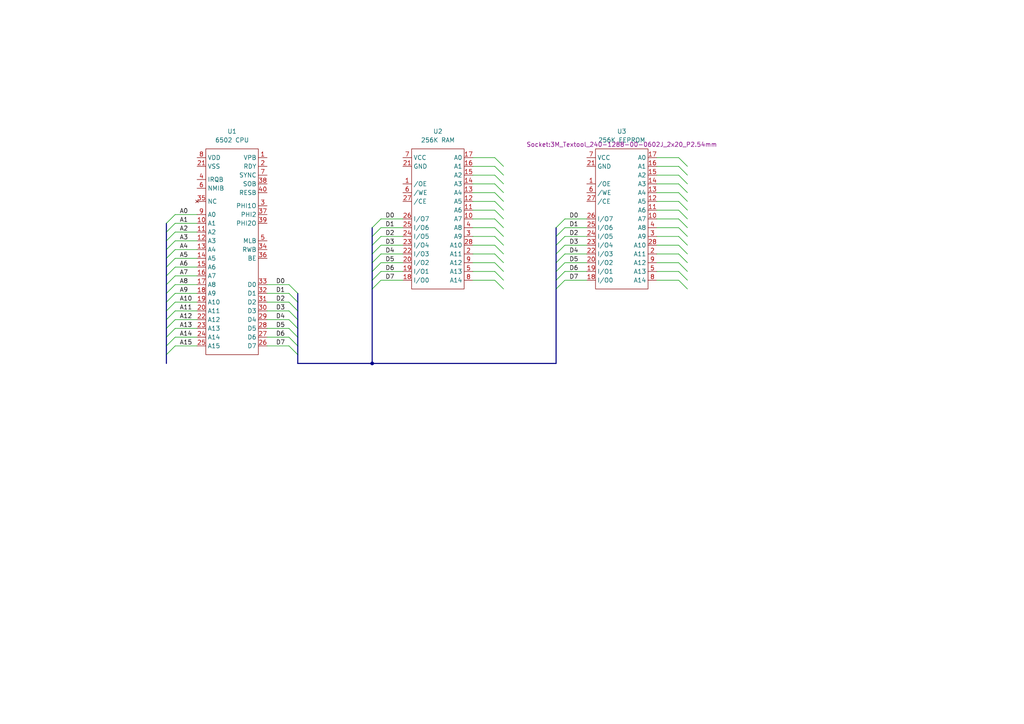
<source format=kicad_sch>
(kicad_sch (version 20231120) (generator "eeschema") (generator_version "8.0")
  (paper "A4")
  (lib_symbols
    (symbol "6502:256K_EEPROM"
      (property "Reference" "U" (at 0 0 0))
      (property "Value" "256K EEPROM" (at 0 0 0))
      (symbol "256K_EEPROM_0_1"
        (rectangle (start -7.62 -1.27) (end 7.62 -41.91))
      )
      (symbol "256K_EEPROM_1_1"
        (pin input line (at -10.16 -11.43 0) (length 2.54) (name "/OE") (number "1"))
        (pin input line (at 10.16 -21.59 180) (length 2.54) (name "A7") (number "10"))
        (pin input line (at 10.16 -19.05 180) (length 2.54) (name "A6") (number "11"))
        (pin input line (at 10.16 -16.51 180) (length 2.54) (name "A5") (number "12"))
        (pin input line (at 10.16 -13.97 180) (length 2.54) (name "A4") (number "13"))
        (pin input line (at 10.16 -11.43 180) (length 2.54) (name "A3") (number "14"))
        (pin input line (at 10.16 -8.89 180) (length 2.54) (name "A2") (number "15"))
        (pin input line (at 10.16 -6.35 180) (length 2.54) (name "A1") (number "16"))
        (pin input line (at 10.16 -3.81 180) (length 2.54) (name "A0") (number "17"))
        (pin bidirectional line (at -10.16 -39.37 0) (length 2.54) (name "I/O0") (number "18"))
        (pin bidirectional line (at -10.16 -36.83 0) (length 2.54) (name "I/O1") (number "19"))
        (pin input line (at 10.16 -31.75 180) (length 2.54) (name "A11") (number "2"))
        (pin bidirectional line (at -10.16 -34.29 0) (length 2.54) (name "I/O2") (number "20"))
        (pin power_in line (at -10.16 -6.35 0) (length 2.54) (name "GND") (number "21"))
        (pin bidirectional line (at -10.16 -31.75 0) (length 2.54) (name "I/O3") (number "22"))
        (pin bidirectional line (at -10.16 -29.21 0) (length 2.54) (name "I/O4") (number "23"))
        (pin bidirectional line (at -10.16 -26.67 0) (length 2.54) (name "I/O5") (number "24"))
        (pin bidirectional line (at -10.16 -24.13 0) (length 2.54) (name "I/O6") (number "25"))
        (pin bidirectional line (at -10.16 -21.59 0) (length 2.54) (name "I/O7") (number "26"))
        (pin input line (at -10.16 -16.51 0) (length 2.54) (name "/CE") (number "27"))
        (pin input line (at 10.16 -29.21 180) (length 2.54) (name "A10") (number "28"))
        (pin input line (at 10.16 -26.67 180) (length 2.54) (name "A9") (number "3"))
        (pin input line (at 10.16 -24.13 180) (length 2.54) (name "A8") (number "4"))
        (pin input line (at 10.16 -36.83 180) (length 2.54) (name "A13") (number "5"))
        (pin input line (at -10.16 -13.97 0) (length 2.54) (name "/WE") (number "6"))
        (pin power_in line (at -10.16 -3.81 0) (length 2.54) (name "VCC") (number "7"))
        (pin input line (at 10.16 -39.37 180) (length 2.54) (name "A14") (number "8"))
        (pin input line (at 10.16 -34.29 180) (length 2.54) (name "A12") (number "9"))
      )
    )
    (symbol "6502:256K_RAM"
      (property "Reference" "U" (at 0 0 0))
      (property "Value" "256K RAM" (at 0 0 0))
      (symbol "256K_RAM_0_1"
        (rectangle (start -7.62 -1.27) (end 7.62 -41.91))
      )
      (symbol "256K_RAM_1_1"
        (pin input line (at -10.16 -11.43 0) (length 2.54) (name "/OE") (number "1"))
        (pin input line (at 10.16 -21.59 180) (length 2.54) (name "A7") (number "10"))
        (pin input line (at 10.16 -19.05 180) (length 2.54) (name "A6") (number "11"))
        (pin input line (at 10.16 -16.51 180) (length 2.54) (name "A5") (number "12"))
        (pin input line (at 10.16 -13.97 180) (length 2.54) (name "A4") (number "13"))
        (pin input line (at 10.16 -11.43 180) (length 2.54) (name "A3") (number "14"))
        (pin input line (at 10.16 -8.89 180) (length 2.54) (name "A2") (number "15"))
        (pin input line (at 10.16 -6.35 180) (length 2.54) (name "A1") (number "16"))
        (pin input line (at 10.16 -3.81 180) (length 2.54) (name "A0") (number "17"))
        (pin bidirectional line (at -10.16 -39.37 0) (length 2.54) (name "I/O0") (number "18"))
        (pin bidirectional line (at -10.16 -36.83 0) (length 2.54) (name "I/O1") (number "19"))
        (pin input line (at 10.16 -31.75 180) (length 2.54) (name "A11") (number "2"))
        (pin bidirectional line (at -10.16 -34.29 0) (length 2.54) (name "I/O2") (number "20"))
        (pin power_in line (at -10.16 -6.35 0) (length 2.54) (name "GND") (number "21"))
        (pin bidirectional line (at -10.16 -31.75 0) (length 2.54) (name "I/O3") (number "22"))
        (pin bidirectional line (at -10.16 -29.21 0) (length 2.54) (name "I/O4") (number "23"))
        (pin bidirectional line (at -10.16 -26.67 0) (length 2.54) (name "I/O5") (number "24"))
        (pin bidirectional line (at -10.16 -24.13 0) (length 2.54) (name "I/O6") (number "25"))
        (pin bidirectional line (at -10.16 -21.59 0) (length 2.54) (name "I/O7") (number "26"))
        (pin input line (at -10.16 -16.51 0) (length 2.54) (name "/CE") (number "27"))
        (pin input line (at 10.16 -29.21 180) (length 2.54) (name "A10") (number "28"))
        (pin input line (at 10.16 -26.67 180) (length 2.54) (name "A9") (number "3"))
        (pin input line (at 10.16 -24.13 180) (length 2.54) (name "A8") (number "4"))
        (pin input line (at 10.16 -36.83 180) (length 2.54) (name "A13") (number "5"))
        (pin input line (at -10.16 -13.97 0) (length 2.54) (name "/WE") (number "6"))
        (pin power_in line (at -10.16 -3.81 0) (length 2.54) (name "VCC") (number "7"))
        (pin input line (at 10.16 -39.37 180) (length 2.54) (name "A14") (number "8"))
        (pin input line (at 10.16 -34.29 180) (length 2.54) (name "A12") (number "9"))
      )
    )
    (symbol "6502:W65C02S"
      (property "Reference" "U" (at 0 0 0))
      (property "Value" "6502 CPU" (at 0 0 0))
      (symbol "W65C02S_0_1"
        (rectangle (start -7.62 -2.54) (end 7.62 -62.23))
      )
      (symbol "W65C02S_1_1"
        (pin output line (at 10.16 -5.08 180) (length 2.54) (name "VPB") (number "1"))
        (pin output line (at -10.16 -24.13 0) (length 2.54) (name "A1") (number "10"))
        (pin output line (at -10.16 -26.67 0) (length 2.54) (name "A2") (number "11"))
        (pin output line (at -10.16 -29.21 0) (length 2.54) (name "A3") (number "12"))
        (pin output line (at -10.16 -31.75 0) (length 2.54) (name "A4") (number "13"))
        (pin output line (at -10.16 -34.29 0) (length 2.54) (name "A5") (number "14"))
        (pin output line (at -10.16 -36.83 0) (length 2.54) (name "A6") (number "15"))
        (pin output line (at -10.16 -39.37 0) (length 2.54) (name "A7") (number "16"))
        (pin output line (at -10.16 -41.91 0) (length 2.54) (name "A8") (number "17"))
        (pin output line (at -10.16 -44.45 0) (length 2.54) (name "A9") (number "18"))
        (pin output line (at -10.16 -46.99 0) (length 2.54) (name "A10") (number "19"))
        (pin bidirectional line (at 10.16 -7.62 180) (length 2.54) (name "RDY") (number "2"))
        (pin output line (at -10.16 -49.53 0) (length 2.54) (name "A11") (number "20"))
        (pin power_in line (at -10.16 -7.62 0) (length 2.54) (name "VSS") (number "21"))
        (pin output line (at -10.16 -52.07 0) (length 2.54) (name "A12") (number "22"))
        (pin output line (at -10.16 -54.61 0) (length 2.54) (name "A13") (number "23"))
        (pin output line (at -10.16 -57.15 0) (length 2.54) (name "A14") (number "24"))
        (pin output line (at -10.16 -59.69 0) (length 2.54) (name "A15") (number "25"))
        (pin bidirectional line (at 10.16 -59.69 180) (length 2.54) (name "D7") (number "26"))
        (pin bidirectional line (at 10.16 -57.15 180) (length 2.54) (name "D6") (number "27"))
        (pin bidirectional line (at 10.16 -54.61 180) (length 2.54) (name "D5") (number "28"))
        (pin bidirectional line (at 10.16 -52.07 180) (length 2.54) (name "D4") (number "29"))
        (pin output line (at 10.16 -19.05 180) (length 2.54) (name "PHI1O") (number "3"))
        (pin bidirectional line (at 10.16 -49.53 180) (length 2.54) (name "D3") (number "30"))
        (pin bidirectional line (at 10.16 -46.99 180) (length 2.54) (name "D2") (number "31"))
        (pin bidirectional line (at 10.16 -44.45 180) (length 2.54) (name "D1") (number "32"))
        (pin bidirectional line (at 10.16 -41.91 180) (length 2.54) (name "D0") (number "33"))
        (pin output line (at 10.16 -31.75 180) (length 2.54) (name "RWB") (number "34"))
        (pin no_connect line (at -10.16 -17.78 0) (length 2.54) (name "NC") (number "35"))
        (pin input line (at 10.16 -34.29 180) (length 2.54) (name "BE") (number "36"))
        (pin input line (at 10.16 -21.59 180) (length 2.54) (name "PHI2") (number "37"))
        (pin input line (at 10.16 -12.7 180) (length 2.54) (name "SOB") (number "38"))
        (pin output line (at 10.16 -24.13 180) (length 2.54) (name "PHI2O") (number "39"))
        (pin input line (at -10.16 -11.43 0) (length 2.54) (name "IRQB") (number "4"))
        (pin input line (at 10.16 -15.24 180) (length 2.54) (name "RESB") (number "40"))
        (pin output line (at 10.16 -29.21 180) (length 2.54) (name "MLB") (number "5"))
        (pin input line (at -10.16 -13.97 0) (length 2.54) (name "NMIB") (number "6"))
        (pin output line (at 10.16 -10.16 180) (length 2.54) (name "SYNC") (number "7"))
        (pin power_in line (at -10.16 -5.08 0) (length 2.54) (name "VDD") (number "8"))
        (pin output line (at -10.16 -21.59 0) (length 2.54) (name "A0") (number "9"))
      )
    )
  )
  (junction (at 107.95 105.41))
  (bus_entry (at 83.82 82.55) (size 2.54 2.54))
  (bus_entry (at 163.83 63.5) (size -2.54 2.54))
  (bus_entry (at 83.82 97.79) (size 2.54 2.54))
  (bus_entry (at 48.26 67.31) (size 2.54 -2.54))
  (bus_entry (at 110.49 81.28) (size -2.54 2.54))
  (bus_entry (at 48.26 77.47) (size 2.54 -2.54))
  (bus_entry (at 48.26 74.93) (size 2.54 -2.54))
  (bus_entry (at 83.82 100.33) (size 2.54 2.54))
  (bus_entry (at 196.85 55.88) (size 2.54 2.54))
  (bus_entry (at 48.26 95.25) (size 2.54 -2.54))
  (bus_entry (at 196.85 66.04) (size 2.54 2.54))
  (bus_entry (at 196.85 71.12) (size 2.54 2.54))
  (bus_entry (at 163.83 78.74) (size -2.54 2.54))
  (bus_entry (at 196.85 73.66) (size 2.54 2.54))
  (bus_entry (at 48.26 85.09) (size 2.54 -2.54))
  (bus_entry (at 196.85 78.74) (size 2.54 2.54))
  (bus_entry (at 196.85 76.2) (size 2.54 2.54))
  (bus_entry (at 143.51 63.5) (size 2.54 2.54))
  (bus_entry (at 110.49 66.04) (size -2.54 2.54))
  (bus_entry (at 110.49 63.5) (size -2.54 2.54))
  (bus_entry (at 48.26 82.55) (size 2.54 -2.54))
  (bus_entry (at 83.82 95.25) (size 2.54 2.54))
  (bus_entry (at 163.83 73.66) (size -2.54 2.54))
  (bus_entry (at 143.51 55.88) (size 2.54 2.54))
  (bus_entry (at 83.82 87.63) (size 2.54 2.54))
  (bus_entry (at 83.82 85.09) (size 2.54 2.54))
  (bus_entry (at 196.85 58.42) (size 2.54 2.54))
  (bus_entry (at 48.26 87.63) (size 2.54 -2.54))
  (bus_entry (at 143.51 81.28) (size 2.54 2.54))
  (bus_entry (at 48.26 102.87) (size 2.54 -2.54))
  (bus_entry (at 143.51 45.72) (size 2.54 2.54))
  (bus_entry (at 163.83 81.28) (size -2.54 2.54))
  (bus_entry (at 163.83 71.12) (size -2.54 2.54))
  (bus_entry (at 143.51 50.8) (size 2.54 2.54))
  (bus_entry (at 143.51 48.26) (size 2.54 2.54))
  (bus_entry (at 143.51 73.66) (size 2.54 2.54))
  (bus_entry (at 48.26 69.85) (size 2.54 -2.54))
  (bus_entry (at 48.26 90.17) (size 2.54 -2.54))
  (bus_entry (at 163.83 76.2) (size -2.54 2.54))
  (bus_entry (at 143.51 66.04) (size 2.54 2.54))
  (bus_entry (at 110.49 78.74) (size -2.54 2.54))
  (bus_entry (at 48.26 80.01) (size 2.54 -2.54))
  (bus_entry (at 143.51 68.58) (size 2.54 2.54))
  (bus_entry (at 110.49 76.2) (size -2.54 2.54))
  (bus_entry (at 196.85 45.72) (size 2.54 2.54))
  (bus_entry (at 196.85 60.96) (size 2.54 2.54))
  (bus_entry (at 163.83 68.58) (size -2.54 2.54))
  (bus_entry (at 83.82 90.17) (size 2.54 2.54))
  (bus_entry (at 143.51 71.12) (size 2.54 2.54))
  (bus_entry (at 48.26 100.33) (size 2.54 -2.54))
  (bus_entry (at 110.49 68.58) (size -2.54 2.54))
  (bus_entry (at 196.85 50.8) (size 2.54 2.54))
  (bus_entry (at 110.49 73.66) (size -2.54 2.54))
  (bus_entry (at 110.49 71.12) (size -2.54 2.54))
  (bus_entry (at 196.85 81.28) (size 2.54 2.54))
  (bus_entry (at 196.85 63.5) (size 2.54 2.54))
  (bus_entry (at 143.51 76.2) (size 2.54 2.54))
  (bus_entry (at 196.85 48.26) (size 2.54 2.54))
  (bus_entry (at 48.26 72.39) (size 2.54 -2.54))
  (bus_entry (at 143.51 78.74) (size 2.54 2.54))
  (bus_entry (at 163.83 66.04) (size -2.54 2.54))
  (bus_entry (at 48.26 64.77) (size 2.54 -2.54))
  (bus_entry (at 143.51 60.96) (size 2.54 2.54))
  (bus_entry (at 83.82 92.71) (size 2.54 2.54))
  (bus_entry (at 196.85 53.34) (size 2.54 2.54))
  (bus_entry (at 196.85 68.58) (size 2.54 2.54))
  (bus_entry (at 143.51 53.34) (size 2.54 2.54))
  (bus_entry (at 48.26 97.79) (size 2.54 -2.54))
  (bus_entry (at 48.26 92.71) (size 2.54 -2.54))
  (bus_entry (at 143.51 58.42) (size 2.54 2.54))
  (wire (pts (xy 190.5 73.66) (xy 196.85 73.66)))
  (bus (pts (xy 48.26 82.55) (xy 48.26 85.09)))
  (wire (pts (xy 110.49 73.66) (xy 116.84 73.66)))
  (wire (pts (xy 137.16 58.42) (xy 143.51 58.42)))
  (wire (pts (xy 50.8 64.77) (xy 57.15 64.77)))
  (wire (pts (xy 77.47 90.17) (xy 83.82 90.17)))
  (bus (pts (xy 48.26 67.31) (xy 48.26 69.85)))
  (wire (pts (xy 163.83 81.28) (xy 170.18 81.28)))
  (wire (pts (xy 50.8 100.33) (xy 57.15 100.33)))
  (bus (pts (xy 48.26 95.25) (xy 48.26 97.79)))
  (wire (pts (xy 137.16 66.04) (xy 143.51 66.04)))
  (bus (pts (xy 48.26 92.71) (xy 48.26 95.25)))
  (bus (pts (xy 107.95 73.66) (xy 107.95 76.2)))
  (wire (pts (xy 50.8 80.01) (xy 57.15 80.01)))
  (wire (pts (xy 163.83 63.5) (xy 170.18 63.5)))
  (wire (pts (xy 137.16 55.88) (xy 143.51 55.88)))
  (bus (pts (xy 107.95 71.12) (xy 107.95 73.66)))
  (wire (pts (xy 77.47 92.71) (xy 83.82 92.71)))
  (bus (pts (xy 48.26 77.47) (xy 48.26 80.01)))
  (bus (pts (xy 48.26 100.33) (xy 48.26 102.87)))
  (wire (pts (xy 50.8 62.23) (xy 57.15 62.23)))
  (bus (pts (xy 48.26 64.77) (xy 48.26 67.31)))
  (wire (pts (xy 190.5 55.88) (xy 196.85 55.88)))
  (bus (pts (xy 161.29 81.28) (xy 161.29 83.82)))
  (wire (pts (xy 77.47 95.25) (xy 83.82 95.25)))
  (wire (pts (xy 50.8 74.93) (xy 57.15 74.93)))
  (wire (pts (xy 137.16 68.58) (xy 143.51 68.58)))
  (wire (pts (xy 110.49 68.58) (xy 116.84 68.58)))
  (wire (pts (xy 137.16 48.26) (xy 143.51 48.26)))
  (bus (pts (xy 86.36 85.09) (xy 86.36 87.63)))
  (wire (pts (xy 190.5 66.04) (xy 196.85 66.04)))
  (wire (pts (xy 163.83 73.66) (xy 170.18 73.66)))
  (wire (pts (xy 110.49 76.2) (xy 116.84 76.2)))
  (wire (pts (xy 137.16 45.72) (xy 143.51 45.72)))
  (bus (pts (xy 48.26 69.85) (xy 48.26 72.39)))
  (wire (pts (xy 190.5 45.72) (xy 196.85 45.72)))
  (bus (pts (xy 86.36 100.33) (xy 86.36 102.87)))
  (bus (pts (xy 161.29 66.04) (xy 161.29 68.58)))
  (wire (pts (xy 190.5 68.58) (xy 196.85 68.58)))
  (bus (pts (xy 86.36 102.87) (xy 86.36 105.41)))
  (bus (pts (xy 107.95 78.74) (xy 107.95 81.28)))
  (wire (pts (xy 190.5 53.34) (xy 196.85 53.34)))
  (bus (pts (xy 86.36 92.71) (xy 86.36 95.25)))
  (bus (pts (xy 48.26 102.87) (xy 48.26 105.41)))
  (wire (pts (xy 137.16 78.74) (xy 143.51 78.74)))
  (wire (pts (xy 110.49 78.74) (xy 116.84 78.74)))
  (bus (pts (xy 107.95 105.41) (xy 161.29 105.41)))
  (wire (pts (xy 190.5 71.12) (xy 196.85 71.12)))
  (wire (pts (xy 50.8 90.17) (xy 57.15 90.17)))
  (bus (pts (xy 107.95 105.41) (xy 86.36 105.41)))
  (wire (pts (xy 190.5 50.8) (xy 196.85 50.8)))
  (bus (pts (xy 86.36 90.17) (xy 86.36 92.71)))
  (bus (pts (xy 161.29 73.66) (xy 161.29 76.2)))
  (bus (pts (xy 161.29 76.2) (xy 161.29 78.74)))
  (wire (pts (xy 163.83 68.58) (xy 170.18 68.58)))
  (wire (pts (xy 190.5 81.28) (xy 196.85 81.28)))
  (bus (pts (xy 161.29 71.12) (xy 161.29 73.66)))
  (wire (pts (xy 50.8 92.71) (xy 57.15 92.71)))
  (bus (pts (xy 161.29 68.58) (xy 161.29 71.12)))
  (wire (pts (xy 190.5 78.74) (xy 196.85 78.74)))
  (bus (pts (xy 107.95 68.58) (xy 107.95 71.12)))
  (wire (pts (xy 77.47 87.63) (xy 83.82 87.63)))
  (bus (pts (xy 48.26 90.17) (xy 48.26 92.71)))
  (wire (pts (xy 137.16 73.66) (xy 143.51 73.66)))
  (wire (pts (xy 190.5 48.26) (xy 196.85 48.26)))
  (wire (pts (xy 163.83 76.2) (xy 170.18 76.2)))
  (wire (pts (xy 77.47 85.09) (xy 83.82 85.09)))
  (wire (pts (xy 137.16 60.96) (xy 143.51 60.96)))
  (wire (pts (xy 137.16 53.34) (xy 143.51 53.34)))
  (bus (pts (xy 48.26 85.09) (xy 48.26 87.63)))
  (bus (pts (xy 107.95 76.2) (xy 107.95 78.74)))
  (wire (pts (xy 50.8 97.79) (xy 57.15 97.79)))
  (wire (pts (xy 137.16 81.28) (xy 143.51 81.28)))
  (wire (pts (xy 137.16 76.2) (xy 143.51 76.2)))
  (wire (pts (xy 163.83 78.74) (xy 170.18 78.74)))
  (wire (pts (xy 50.8 72.39) (xy 57.15 72.39)))
  (bus (pts (xy 107.95 81.28) (xy 107.95 83.82)))
  (wire (pts (xy 190.5 76.2) (xy 196.85 76.2)))
  (wire (pts (xy 190.5 60.96) (xy 196.85 60.96)))
  (wire (pts (xy 50.8 69.85) (xy 57.15 69.85)))
  (wire (pts (xy 137.16 71.12) (xy 143.51 71.12)))
  (bus (pts (xy 86.36 87.63) (xy 86.36 90.17)))
  (wire (pts (xy 50.8 82.55) (xy 57.15 82.55)))
  (wire (pts (xy 110.49 63.5) (xy 116.84 63.5)))
  (wire (pts (xy 137.16 63.5) (xy 143.51 63.5)))
  (wire (pts (xy 110.49 66.04) (xy 116.84 66.04)))
  (bus (pts (xy 48.26 74.93) (xy 48.26 77.47)))
  (wire (pts (xy 77.47 82.55) (xy 83.82 82.55)))
  (bus (pts (xy 161.29 83.82) (xy 161.29 105.41)))
  (bus (pts (xy 48.26 80.01) (xy 48.26 82.55)))
  (bus (pts (xy 107.95 83.82) (xy 107.95 105.41)))
  (wire (pts (xy 50.8 67.31) (xy 57.15 67.31)))
  (bus (pts (xy 86.36 95.25) (xy 86.36 97.79)))
  (wire (pts (xy 163.83 71.12) (xy 170.18 71.12)))
  (wire (pts (xy 163.83 66.04) (xy 170.18 66.04)))
  (wire (pts (xy 190.5 58.42) (xy 196.85 58.42)))
  (wire (pts (xy 50.8 87.63) (xy 57.15 87.63)))
  (wire (pts (xy 110.49 71.12) (xy 116.84 71.12)))
  (bus (pts (xy 48.26 87.63) (xy 48.26 90.17)))
  (bus (pts (xy 161.29 78.74) (xy 161.29 81.28)))
  (wire (pts (xy 50.8 77.47) (xy 57.15 77.47)))
  (wire (pts (xy 77.47 97.79) (xy 83.82 97.79)))
  (bus (pts (xy 86.36 97.79) (xy 86.36 100.33)))
  (wire (pts (xy 137.16 50.8) (xy 143.51 50.8)))
  (bus (pts (xy 48.26 97.79) (xy 48.26 100.33)))
  (bus (pts (xy 107.95 66.04) (xy 107.95 68.58)))
  (bus (pts (xy 48.26 72.39) (xy 48.26 74.93)))
  (wire (pts (xy 77.47 100.33) (xy 83.82 100.33)))
  (wire (pts (xy 110.49 81.28) (xy 116.84 81.28)))
  (wire (pts (xy 50.8 85.09) (xy 57.15 85.09)))
  (wire (pts (xy 50.8 95.25) (xy 57.15 95.25)))
  (wire (pts (xy 190.5 63.5) (xy 196.85 63.5)))
  (label "D2" (at 80.01 87.63 0))
  (label "D1" (at 80.01 85.09 0))
  (label "A8" (at 52.07 82.55 0))
  (label "D7" (at 165.1 81.28 0))
  (label "D5" (at 111.76 76.2 0))
  (label "A6" (at 52.07 77.47 0))
  (label "A12" (at 52.07 92.71 0))
  (label "A7" (at 52.07 80.01 0))
  (label "D3" (at 80.01 90.17 0))
  (label "D4" (at 165.1 73.66 0))
  (label "A9" (at 52.07 85.09 0))
  (label "D6" (at 165.1 78.74 0))
  (label "A11" (at 52.07 90.17 0))
  (label "A0" (at 52.07 62.23 0))
  (label "D7" (at 111.76 81.28 0))
  (label "D7" (at 80.01 100.33 0))
  (label "D1" (at 165.1 66.04 0))
  (label "D0" (at 165.1 63.5 0))
  (label "D2" (at 165.1 68.58 0))
  (label "A10" (at 52.07 87.63 0))
  (label "A4" (at 52.07 72.39 0))
  (label "D6" (at 80.01 97.79 0))
  (label "A13" (at 52.07 95.25 0))
  (label "D0" (at 111.76 63.5 0))
  (label "A14" (at 52.07 97.79 0))
  (label "D1" (at 111.76 66.04 0))
  (label "D2" (at 111.76 68.58 0))
  (label "A15" (at 52.07 100.33 0))
  (label "A3" (at 52.07 69.85 0))
  (label "D3" (at 111.76 71.12 0))
  (label "D0" (at 80.01 82.55 0))
  (label "A1" (at 52.07 64.77 0))
  (label "D5" (at 80.01 95.25 0))
  (label "D4" (at 80.01 92.71 0))
  (label "D5" (at 165.1 76.2 0))
  (label "D6" (at 111.76 78.74 0))
  (label "A5" (at 52.07 74.93 0))
  (label "A2" (at 52.07 67.31 0))
  (label "D3" (at 165.1 71.12 0))
  (label "D4" (at 111.76 73.66 0))
  (symbol (lib_id "6502:256K_RAM") (at 127 41.91 0) (unit 1)
    (property "Reference" "U2" (at 127 38.1 0))
    (property "Value" "256K RAM" (at 127 40.64 0))
    (property "Footprint" "Package_DIP:DIP-28_W15.24mm_Socket_LongPads" (effects (hide yes)))
  )
  (symbol (lib_id "6502:256K_EEPROM") (at 180.34 41.91 0) (unit 1)
    (property "Reference" "U3" (at 180.34 38.1 0))
    (property "Value" "256K EEPROM" (at 180.34 40.64 0))
    (property "Footprint" "Socket:3M_Textool_240-1288-00-0602J_2x20_P2.54mm" (at 180.34 41.91 0))
  )
  (symbol (lib_id "6502:W65C02S") (at 67.31 40.64 0) (unit 1)
    (property "Reference" "U1" (at 67.31 38.1 0))
    (property "Value" "6502 CPU" (at 67.31 40.64 0))
    (property "Footprint" "Package_DIP:DIP-40_W15.24mm_Socket_LongPads" (effects (hide yes)))
  )
)
</source>
